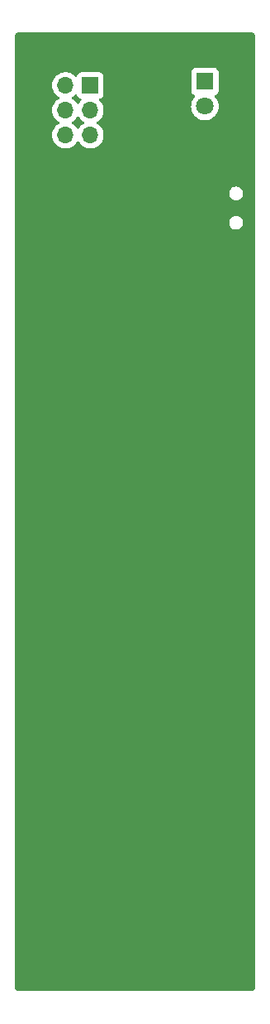
<source format=gtl>
%TF.GenerationSoftware,KiCad,Pcbnew,(7.0.0-0)*%
%TF.CreationDate,2023-07-17T23:39:08-05:00*%
%TF.ProjectId,speaker-SAO,73706561-6b65-4722-9d53-414f2e6b6963,rev?*%
%TF.SameCoordinates,Original*%
%TF.FileFunction,Copper,L1,Top*%
%TF.FilePolarity,Positive*%
%FSLAX46Y46*%
G04 Gerber Fmt 4.6, Leading zero omitted, Abs format (unit mm)*
G04 Created by KiCad (PCBNEW (7.0.0-0)) date 2023-07-17 23:39:08*
%MOMM*%
%LPD*%
G01*
G04 APERTURE LIST*
%TA.AperFunction,ComponentPad*%
%ADD10R,1.800000X1.800000*%
%TD*%
%TA.AperFunction,ComponentPad*%
%ADD11C,1.800000*%
%TD*%
%TA.AperFunction,ComponentPad*%
%ADD12R,1.700000X1.700000*%
%TD*%
%TA.AperFunction,ComponentPad*%
%ADD13O,1.700000X1.700000*%
%TD*%
G04 APERTURE END LIST*
D10*
X60399999Y-64849999D03*
D11*
X60400000Y-67390000D03*
D12*
X48649999Y-65249999D03*
D13*
X46109999Y-65249999D03*
X48649999Y-67789999D03*
X46109999Y-67789999D03*
X48649999Y-70329999D03*
X46109999Y-70329999D03*
%TA.AperFunction,NonConductor*%
G36*
X65182896Y-59834708D02*
G01*
X65190870Y-59835892D01*
X65193994Y-59836398D01*
X65271007Y-59849906D01*
X65299361Y-59858411D01*
X65322741Y-59868552D01*
X65331609Y-59872819D01*
X65379052Y-59897991D01*
X65398343Y-59910615D01*
X65421290Y-59928835D01*
X65433499Y-59939905D01*
X65468755Y-59976349D01*
X65479415Y-59988919D01*
X65496866Y-60012459D01*
X65508846Y-60032160D01*
X65532415Y-60080374D01*
X65536408Y-60089429D01*
X65545758Y-60113105D01*
X65553324Y-60141739D01*
X65564269Y-60219117D01*
X65564686Y-60222368D01*
X65565834Y-60232371D01*
X65566657Y-60246739D01*
X65566657Y-157491741D01*
X65565578Y-157508194D01*
X65564412Y-157517047D01*
X65563940Y-157520306D01*
X65551711Y-157597512D01*
X65543669Y-157626022D01*
X65533937Y-157649515D01*
X65529795Y-157658499D01*
X65505437Y-157706301D01*
X65493130Y-157725805D01*
X65475305Y-157749032D01*
X65464437Y-157761422D01*
X65428587Y-157797268D01*
X65416194Y-157808136D01*
X65392967Y-157825956D01*
X65373465Y-157838259D01*
X65325663Y-157862611D01*
X65316677Y-157866753D01*
X65293145Y-157876498D01*
X65264677Y-157884529D01*
X65188842Y-157896559D01*
X65185543Y-157897038D01*
X65181227Y-157897606D01*
X65175013Y-157898423D01*
X65158578Y-157899500D01*
X41308258Y-157899500D01*
X41291797Y-157898420D01*
X41290945Y-157898307D01*
X41282933Y-157897252D01*
X41279685Y-157896781D01*
X41202484Y-157884554D01*
X41173979Y-157876515D01*
X41150475Y-157866780D01*
X41141487Y-157862637D01*
X41093684Y-157838280D01*
X41074187Y-157825978D01*
X41050946Y-157808144D01*
X41038561Y-157797282D01*
X41002716Y-157761437D01*
X40991856Y-157749056D01*
X40974016Y-157725805D01*
X40961721Y-157706318D01*
X40937355Y-157658498D01*
X40933218Y-157649523D01*
X40923483Y-157626019D01*
X40915445Y-157597519D01*
X40903211Y-157520274D01*
X40902755Y-157517128D01*
X40901576Y-157508176D01*
X40900500Y-157491743D01*
X40900500Y-79385056D01*
X62899500Y-79385056D01*
X62901321Y-79392445D01*
X62901322Y-79392451D01*
X62938385Y-79542823D01*
X62938386Y-79542827D01*
X62940210Y-79550225D01*
X63019266Y-79700852D01*
X63132071Y-79828183D01*
X63272070Y-79924818D01*
X63431128Y-79985140D01*
X63438695Y-79986058D01*
X63438696Y-79986059D01*
X63452223Y-79987701D01*
X63557628Y-80000500D01*
X63638563Y-80000500D01*
X63642372Y-80000500D01*
X63768872Y-79985140D01*
X63927930Y-79924818D01*
X64067929Y-79828183D01*
X64180734Y-79700852D01*
X64259790Y-79550225D01*
X64300500Y-79385056D01*
X64300500Y-79214944D01*
X64259790Y-79049775D01*
X64180734Y-78899148D01*
X64067929Y-78771817D01*
X63997929Y-78723499D01*
X63934205Y-78679513D01*
X63934202Y-78679511D01*
X63927930Y-78675182D01*
X63920803Y-78672479D01*
X63920799Y-78672477D01*
X63776000Y-78617563D01*
X63775998Y-78617562D01*
X63768872Y-78614860D01*
X63761310Y-78613941D01*
X63761303Y-78613940D01*
X63646155Y-78599959D01*
X63646149Y-78599958D01*
X63642372Y-78599500D01*
X63557628Y-78599500D01*
X63553851Y-78599958D01*
X63553844Y-78599959D01*
X63438696Y-78613940D01*
X63438687Y-78613942D01*
X63431128Y-78614860D01*
X63424003Y-78617561D01*
X63423999Y-78617563D01*
X63279200Y-78672477D01*
X63279193Y-78672480D01*
X63272070Y-78675182D01*
X63265800Y-78679509D01*
X63265794Y-78679513D01*
X63138345Y-78767486D01*
X63132071Y-78771817D01*
X63127019Y-78777518D01*
X63127016Y-78777522D01*
X63024318Y-78893444D01*
X63024313Y-78893450D01*
X63019266Y-78899148D01*
X63015727Y-78905889D01*
X63015724Y-78905895D01*
X62943753Y-79043024D01*
X62940210Y-79049775D01*
X62938387Y-79057169D01*
X62938385Y-79057176D01*
X62901322Y-79207548D01*
X62901321Y-79207555D01*
X62899500Y-79214944D01*
X62899500Y-79385056D01*
X40900500Y-79385056D01*
X40900500Y-76385056D01*
X62899500Y-76385056D01*
X62901321Y-76392445D01*
X62901322Y-76392451D01*
X62938385Y-76542823D01*
X62938386Y-76542827D01*
X62940210Y-76550225D01*
X63019266Y-76700852D01*
X63132071Y-76828183D01*
X63272070Y-76924818D01*
X63431128Y-76985140D01*
X63438695Y-76986058D01*
X63438696Y-76986059D01*
X63452223Y-76987701D01*
X63557628Y-77000500D01*
X63638563Y-77000500D01*
X63642372Y-77000500D01*
X63768872Y-76985140D01*
X63927930Y-76924818D01*
X64067929Y-76828183D01*
X64180734Y-76700852D01*
X64259790Y-76550225D01*
X64300500Y-76385056D01*
X64300500Y-76214944D01*
X64259790Y-76049775D01*
X64180734Y-75899148D01*
X64067929Y-75771817D01*
X63997929Y-75723499D01*
X63934205Y-75679513D01*
X63934202Y-75679511D01*
X63927930Y-75675182D01*
X63920803Y-75672479D01*
X63920799Y-75672477D01*
X63776000Y-75617563D01*
X63775998Y-75617562D01*
X63768872Y-75614860D01*
X63761310Y-75613941D01*
X63761303Y-75613940D01*
X63646155Y-75599959D01*
X63646149Y-75599958D01*
X63642372Y-75599500D01*
X63557628Y-75599500D01*
X63553851Y-75599958D01*
X63553844Y-75599959D01*
X63438696Y-75613940D01*
X63438687Y-75613942D01*
X63431128Y-75614860D01*
X63424003Y-75617561D01*
X63423999Y-75617563D01*
X63279200Y-75672477D01*
X63279193Y-75672480D01*
X63272070Y-75675182D01*
X63265800Y-75679509D01*
X63265794Y-75679513D01*
X63138345Y-75767486D01*
X63132071Y-75771817D01*
X63127019Y-75777518D01*
X63127016Y-75777522D01*
X63024318Y-75893444D01*
X63024313Y-75893450D01*
X63019266Y-75899148D01*
X63015727Y-75905889D01*
X63015724Y-75905895D01*
X62943753Y-76043024D01*
X62940210Y-76049775D01*
X62938387Y-76057169D01*
X62938385Y-76057176D01*
X62901322Y-76207548D01*
X62901321Y-76207555D01*
X62899500Y-76214944D01*
X62899500Y-76385056D01*
X40900500Y-76385056D01*
X40900500Y-70330000D01*
X44746844Y-70330000D01*
X44765436Y-70554368D01*
X44820704Y-70772616D01*
X44822797Y-70777389D01*
X44822799Y-70777393D01*
X44898147Y-70949170D01*
X44911140Y-70978791D01*
X45034278Y-71167268D01*
X45037806Y-71171100D01*
X45183227Y-71329069D01*
X45183231Y-71329073D01*
X45186760Y-71332906D01*
X45364424Y-71471189D01*
X45562426Y-71578342D01*
X45567355Y-71580034D01*
X45567357Y-71580035D01*
X45668895Y-71614893D01*
X45775365Y-71651444D01*
X45997431Y-71688500D01*
X46217358Y-71688500D01*
X46222569Y-71688500D01*
X46444635Y-71651444D01*
X46657574Y-71578342D01*
X46855576Y-71471189D01*
X47033240Y-71332906D01*
X47185722Y-71167268D01*
X47274518Y-71031354D01*
X47320030Y-70989457D01*
X47380000Y-70974271D01*
X47439970Y-70989457D01*
X47485481Y-71031354D01*
X47574278Y-71167268D01*
X47577806Y-71171100D01*
X47723227Y-71329069D01*
X47723231Y-71329073D01*
X47726760Y-71332906D01*
X47904424Y-71471189D01*
X48102426Y-71578342D01*
X48107355Y-71580034D01*
X48107357Y-71580035D01*
X48208895Y-71614893D01*
X48315365Y-71651444D01*
X48537431Y-71688500D01*
X48757358Y-71688500D01*
X48762569Y-71688500D01*
X48984635Y-71651444D01*
X49197574Y-71578342D01*
X49395576Y-71471189D01*
X49573240Y-71332906D01*
X49725722Y-71167268D01*
X49848860Y-70978791D01*
X49939296Y-70772616D01*
X49994564Y-70554368D01*
X50013156Y-70330000D01*
X49994564Y-70105632D01*
X49939296Y-69887384D01*
X49848860Y-69681209D01*
X49725722Y-69492732D01*
X49664956Y-69426723D01*
X49576772Y-69330930D01*
X49576767Y-69330925D01*
X49573240Y-69327094D01*
X49395576Y-69188811D01*
X49391002Y-69186336D01*
X49390995Y-69186331D01*
X49362320Y-69170814D01*
X49314048Y-69124498D01*
X49296289Y-69060000D01*
X49314048Y-68995502D01*
X49362320Y-68949186D01*
X49390990Y-68933671D01*
X49395576Y-68931189D01*
X49573240Y-68792906D01*
X49725722Y-68627268D01*
X49848860Y-68438791D01*
X49939296Y-68232616D01*
X49994564Y-68014368D01*
X50013156Y-67790000D01*
X49994564Y-67565632D01*
X49950088Y-67390000D01*
X58986673Y-67390000D01*
X58987103Y-67395189D01*
X59001656Y-67570827D01*
X59005949Y-67622626D01*
X59007230Y-67627684D01*
X59048333Y-67790000D01*
X59063251Y-67848907D01*
X59157016Y-68062669D01*
X59284686Y-68258083D01*
X59288214Y-68261915D01*
X59439247Y-68425981D01*
X59439252Y-68425985D01*
X59442780Y-68429818D01*
X59626983Y-68573190D01*
X59832273Y-68684287D01*
X60053049Y-68760080D01*
X60283288Y-68798500D01*
X60511501Y-68798500D01*
X60516712Y-68798500D01*
X60746951Y-68760080D01*
X60967727Y-68684287D01*
X61173017Y-68573190D01*
X61357220Y-68429818D01*
X61515314Y-68258083D01*
X61642984Y-68062669D01*
X61736749Y-67848907D01*
X61794051Y-67622626D01*
X61813327Y-67390000D01*
X61794051Y-67157374D01*
X61736749Y-66931093D01*
X61642984Y-66717331D01*
X61515314Y-66521917D01*
X61430157Y-66429412D01*
X61400921Y-66375809D01*
X61400318Y-66314752D01*
X61428493Y-66260582D01*
X61478827Y-66226019D01*
X61546204Y-66200889D01*
X61663261Y-66113261D01*
X61750889Y-65996204D01*
X61801989Y-65859201D01*
X61808500Y-65798638D01*
X61808500Y-63901362D01*
X61801989Y-63840799D01*
X61750889Y-63703796D01*
X61663261Y-63586739D01*
X61656049Y-63581340D01*
X61553417Y-63504510D01*
X61553414Y-63504508D01*
X61546204Y-63499111D01*
X61537766Y-63495964D01*
X61537763Y-63495962D01*
X61416580Y-63450763D01*
X61416578Y-63450762D01*
X61409201Y-63448011D01*
X61401373Y-63447169D01*
X61401367Y-63447168D01*
X61351988Y-63441860D01*
X61351985Y-63441859D01*
X61348638Y-63441500D01*
X59451362Y-63441500D01*
X59448015Y-63441859D01*
X59448011Y-63441860D01*
X59398632Y-63447168D01*
X59398625Y-63447169D01*
X59390799Y-63448011D01*
X59383423Y-63450761D01*
X59383419Y-63450763D01*
X59262236Y-63495962D01*
X59262230Y-63495965D01*
X59253796Y-63499111D01*
X59246588Y-63504506D01*
X59246582Y-63504510D01*
X59143950Y-63581340D01*
X59143946Y-63581343D01*
X59136739Y-63586739D01*
X59131343Y-63593946D01*
X59131340Y-63593950D01*
X59054510Y-63696582D01*
X59054506Y-63696588D01*
X59049111Y-63703796D01*
X59045965Y-63712230D01*
X59045962Y-63712236D01*
X59000763Y-63833419D01*
X59000761Y-63833423D01*
X58998011Y-63840799D01*
X58997169Y-63848625D01*
X58997168Y-63848632D01*
X58992468Y-63892357D01*
X58991500Y-63901362D01*
X58991500Y-65798638D01*
X58991859Y-65801985D01*
X58991860Y-65801988D01*
X58997168Y-65851367D01*
X58997169Y-65851373D01*
X58998011Y-65859201D01*
X59000762Y-65866578D01*
X59000763Y-65866580D01*
X59045962Y-65987763D01*
X59045964Y-65987766D01*
X59049111Y-65996204D01*
X59054508Y-66003414D01*
X59054510Y-66003417D01*
X59114014Y-66082904D01*
X59136739Y-66113261D01*
X59143950Y-66118659D01*
X59179496Y-66145269D01*
X59253796Y-66200889D01*
X59262236Y-66204037D01*
X59262238Y-66204038D01*
X59262241Y-66204039D01*
X59321172Y-66226019D01*
X59371506Y-66260582D01*
X59399681Y-66314752D01*
X59399079Y-66375808D01*
X59369842Y-66429412D01*
X59288214Y-66518084D01*
X59288211Y-66518087D01*
X59284686Y-66521917D01*
X59281838Y-66526275D01*
X59281835Y-66526280D01*
X59179759Y-66682520D01*
X59157016Y-66717331D01*
X59154923Y-66722101D01*
X59154921Y-66722106D01*
X59065344Y-66926320D01*
X59065341Y-66926326D01*
X59063251Y-66931093D01*
X59061973Y-66936137D01*
X59061971Y-66936145D01*
X59008898Y-67145728D01*
X59005949Y-67157374D01*
X59005519Y-67162562D01*
X59005518Y-67162569D01*
X58993849Y-67303393D01*
X58986673Y-67390000D01*
X49950088Y-67390000D01*
X49939296Y-67347384D01*
X49848860Y-67141209D01*
X49725722Y-66952732D01*
X49582525Y-66797180D01*
X49553288Y-66743576D01*
X49552685Y-66682520D01*
X49580859Y-66628350D01*
X49631191Y-66593786D01*
X49746204Y-66550889D01*
X49863261Y-66463261D01*
X49950889Y-66346204D01*
X50001989Y-66209201D01*
X50008500Y-66148638D01*
X50008500Y-64351362D01*
X50001989Y-64290799D01*
X49950889Y-64153796D01*
X49863261Y-64036739D01*
X49819713Y-64004139D01*
X49753417Y-63954510D01*
X49753414Y-63954508D01*
X49746204Y-63949111D01*
X49737766Y-63945964D01*
X49737763Y-63945962D01*
X49616580Y-63900763D01*
X49616578Y-63900762D01*
X49609201Y-63898011D01*
X49601373Y-63897169D01*
X49601367Y-63897168D01*
X49551988Y-63891860D01*
X49551985Y-63891859D01*
X49548638Y-63891500D01*
X47751362Y-63891500D01*
X47748015Y-63891859D01*
X47748011Y-63891860D01*
X47698632Y-63897168D01*
X47698625Y-63897169D01*
X47690799Y-63898011D01*
X47683423Y-63900761D01*
X47683419Y-63900763D01*
X47562236Y-63945962D01*
X47562230Y-63945965D01*
X47553796Y-63949111D01*
X47546588Y-63954506D01*
X47546582Y-63954510D01*
X47443950Y-64031340D01*
X47443946Y-64031343D01*
X47436739Y-64036739D01*
X47431343Y-64043946D01*
X47431340Y-64043950D01*
X47354510Y-64146582D01*
X47354506Y-64146588D01*
X47349111Y-64153796D01*
X47345964Y-64162231D01*
X47345960Y-64162240D01*
X47305000Y-64272057D01*
X47268468Y-64324095D01*
X47211178Y-64351671D01*
X47147717Y-64347761D01*
X47094244Y-64313361D01*
X47036772Y-64250931D01*
X47036771Y-64250930D01*
X47033240Y-64247094D01*
X46855576Y-64108811D01*
X46850997Y-64106333D01*
X46850994Y-64106331D01*
X46662159Y-64004139D01*
X46662156Y-64004137D01*
X46657574Y-64001658D01*
X46652650Y-63999967D01*
X46652642Y-63999964D01*
X46449565Y-63930248D01*
X46449559Y-63930246D01*
X46444635Y-63928556D01*
X46439498Y-63927698D01*
X46439495Y-63927698D01*
X46227706Y-63892357D01*
X46227703Y-63892356D01*
X46222569Y-63891500D01*
X45997431Y-63891500D01*
X45992297Y-63892356D01*
X45992293Y-63892357D01*
X45780504Y-63927698D01*
X45780498Y-63927699D01*
X45775365Y-63928556D01*
X45770443Y-63930245D01*
X45770434Y-63930248D01*
X45567357Y-63999964D01*
X45567344Y-63999969D01*
X45562426Y-64001658D01*
X45557847Y-64004135D01*
X45557840Y-64004139D01*
X45369005Y-64106331D01*
X45368997Y-64106336D01*
X45364424Y-64108811D01*
X45360313Y-64112010D01*
X45360311Y-64112012D01*
X45190878Y-64243888D01*
X45190872Y-64243893D01*
X45186760Y-64247094D01*
X45183237Y-64250919D01*
X45183227Y-64250930D01*
X45037806Y-64408899D01*
X45037802Y-64408902D01*
X45034278Y-64412732D01*
X45031430Y-64417090D01*
X45031427Y-64417095D01*
X44913992Y-64596843D01*
X44911140Y-64601209D01*
X44909048Y-64605978D01*
X44909046Y-64605982D01*
X44822799Y-64802606D01*
X44822796Y-64802614D01*
X44820704Y-64807384D01*
X44765436Y-65025632D01*
X44765006Y-65030820D01*
X44765005Y-65030827D01*
X44747909Y-65237147D01*
X44746844Y-65250000D01*
X44765436Y-65474368D01*
X44820704Y-65692616D01*
X44822797Y-65697389D01*
X44822799Y-65697393D01*
X44890338Y-65851367D01*
X44911140Y-65898791D01*
X45034278Y-66087268D01*
X45063176Y-66118659D01*
X45183227Y-66249069D01*
X45183231Y-66249073D01*
X45186760Y-66252906D01*
X45364424Y-66391189D01*
X45397680Y-66409186D01*
X45445950Y-66455499D01*
X45463710Y-66519996D01*
X45445953Y-66584494D01*
X45397683Y-66630811D01*
X45369005Y-66646331D01*
X45368997Y-66646336D01*
X45364424Y-66648811D01*
X45360313Y-66652010D01*
X45360311Y-66652012D01*
X45190878Y-66783888D01*
X45190872Y-66783893D01*
X45186760Y-66787094D01*
X45183237Y-66790919D01*
X45183227Y-66790930D01*
X45037806Y-66948899D01*
X45037802Y-66948902D01*
X45034278Y-66952732D01*
X45031430Y-66957090D01*
X45031427Y-66957095D01*
X44945483Y-67088643D01*
X44911140Y-67141209D01*
X44909048Y-67145978D01*
X44909046Y-67145982D01*
X44822799Y-67342606D01*
X44822796Y-67342614D01*
X44820704Y-67347384D01*
X44765436Y-67565632D01*
X44765006Y-67570820D01*
X44765005Y-67570827D01*
X44760713Y-67622626D01*
X44746844Y-67790000D01*
X44747274Y-67795189D01*
X44751306Y-67843854D01*
X44765436Y-68014368D01*
X44820704Y-68232616D01*
X44822797Y-68237389D01*
X44822799Y-68237393D01*
X44898147Y-68409170D01*
X44911140Y-68438791D01*
X45034278Y-68627268D01*
X45037806Y-68631100D01*
X45183227Y-68789069D01*
X45183231Y-68789073D01*
X45186760Y-68792906D01*
X45364424Y-68931189D01*
X45369002Y-68933666D01*
X45369009Y-68933671D01*
X45397680Y-68949187D01*
X45445951Y-68995503D01*
X45463710Y-69060000D01*
X45445951Y-69124497D01*
X45397680Y-69170813D01*
X45369009Y-69186328D01*
X45368993Y-69186338D01*
X45364424Y-69188811D01*
X45360313Y-69192010D01*
X45360311Y-69192012D01*
X45190878Y-69323888D01*
X45190872Y-69323893D01*
X45186760Y-69327094D01*
X45183237Y-69330919D01*
X45183227Y-69330930D01*
X45037806Y-69488899D01*
X45037802Y-69488902D01*
X45034278Y-69492732D01*
X45031430Y-69497090D01*
X45031427Y-69497095D01*
X44945483Y-69628643D01*
X44911140Y-69681209D01*
X44909048Y-69685978D01*
X44909046Y-69685982D01*
X44822799Y-69882606D01*
X44822796Y-69882614D01*
X44820704Y-69887384D01*
X44765436Y-70105632D01*
X44765006Y-70110820D01*
X44765005Y-70110827D01*
X44747909Y-70317147D01*
X44746844Y-70330000D01*
X40900500Y-70330000D01*
X40900500Y-60232744D01*
X40900501Y-60232744D01*
X40900092Y-60228116D01*
X40901802Y-60140371D01*
X40911364Y-60094627D01*
X40916064Y-60083279D01*
X40920178Y-60074355D01*
X40944555Y-60026507D01*
X40956847Y-60007025D01*
X40974686Y-59983776D01*
X40985532Y-59971408D01*
X41021408Y-59935532D01*
X41033776Y-59924686D01*
X41057025Y-59906847D01*
X41076507Y-59894555D01*
X41124355Y-59870178D01*
X41133279Y-59866064D01*
X41156819Y-59856315D01*
X41185316Y-59848280D01*
X41262522Y-59836059D01*
X41265771Y-59835589D01*
X41274665Y-59834419D01*
X41291099Y-59833343D01*
X65164404Y-59833343D01*
X65182896Y-59834708D01*
G37*
%TD.AperFunction*%
%TA.AperFunction,NonConductor*%
G36*
X47268469Y-66175904D02*
G01*
X47305000Y-66227943D01*
X47345959Y-66337757D01*
X47345963Y-66337765D01*
X47349111Y-66346204D01*
X47354508Y-66353414D01*
X47354510Y-66353417D01*
X47430928Y-66455499D01*
X47436739Y-66463261D01*
X47443950Y-66468659D01*
X47541464Y-66541658D01*
X47553796Y-66550889D01*
X47562235Y-66554036D01*
X47562236Y-66554037D01*
X47668806Y-66593786D01*
X47719140Y-66628350D01*
X47747314Y-66682520D01*
X47746711Y-66743576D01*
X47717474Y-66797180D01*
X47577806Y-66948899D01*
X47577802Y-66948902D01*
X47574278Y-66952732D01*
X47571430Y-66957090D01*
X47571427Y-66957095D01*
X47485483Y-67088643D01*
X47439969Y-67130542D01*
X47380000Y-67145728D01*
X47320031Y-67130542D01*
X47274517Y-67088643D01*
X47188572Y-66957095D01*
X47185722Y-66952732D01*
X47124956Y-66886723D01*
X47036772Y-66790930D01*
X47036767Y-66790925D01*
X47033240Y-66787094D01*
X46855576Y-66648811D01*
X46851002Y-66646336D01*
X46850995Y-66646331D01*
X46822320Y-66630814D01*
X46774048Y-66584498D01*
X46756289Y-66520000D01*
X46774048Y-66455502D01*
X46822320Y-66409186D01*
X46850995Y-66393668D01*
X46850994Y-66393668D01*
X46855576Y-66391189D01*
X47033240Y-66252906D01*
X47078227Y-66204038D01*
X47094244Y-66186639D01*
X47147716Y-66152238D01*
X47211178Y-66148328D01*
X47268469Y-66175904D01*
G37*
%TD.AperFunction*%
%TA.AperFunction,NonConductor*%
G36*
X47439968Y-68449457D02*
G01*
X47485481Y-68491354D01*
X47574278Y-68627268D01*
X47577806Y-68631100D01*
X47723227Y-68789069D01*
X47723231Y-68789073D01*
X47726760Y-68792906D01*
X47904424Y-68931189D01*
X47909002Y-68933666D01*
X47909009Y-68933671D01*
X47937680Y-68949187D01*
X47985951Y-68995503D01*
X48003710Y-69060000D01*
X47985951Y-69124497D01*
X47937680Y-69170813D01*
X47909009Y-69186328D01*
X47908993Y-69186338D01*
X47904424Y-69188811D01*
X47900313Y-69192010D01*
X47900311Y-69192012D01*
X47730878Y-69323888D01*
X47730872Y-69323893D01*
X47726760Y-69327094D01*
X47723237Y-69330919D01*
X47723227Y-69330930D01*
X47577806Y-69488899D01*
X47577802Y-69488902D01*
X47574278Y-69492732D01*
X47571430Y-69497090D01*
X47571427Y-69497095D01*
X47485483Y-69628643D01*
X47439969Y-69670542D01*
X47380000Y-69685728D01*
X47320031Y-69670542D01*
X47274517Y-69628643D01*
X47188572Y-69497095D01*
X47185722Y-69492732D01*
X47124956Y-69426723D01*
X47036772Y-69330930D01*
X47036767Y-69330925D01*
X47033240Y-69327094D01*
X46855576Y-69188811D01*
X46851002Y-69186336D01*
X46850995Y-69186331D01*
X46822320Y-69170814D01*
X46774048Y-69124498D01*
X46756289Y-69060000D01*
X46774048Y-68995502D01*
X46822320Y-68949186D01*
X46850990Y-68933671D01*
X46855576Y-68931189D01*
X47033240Y-68792906D01*
X47185722Y-68627268D01*
X47274521Y-68491349D01*
X47320029Y-68449458D01*
X47379998Y-68434271D01*
X47439968Y-68449457D01*
G37*
%TD.AperFunction*%
M02*

</source>
